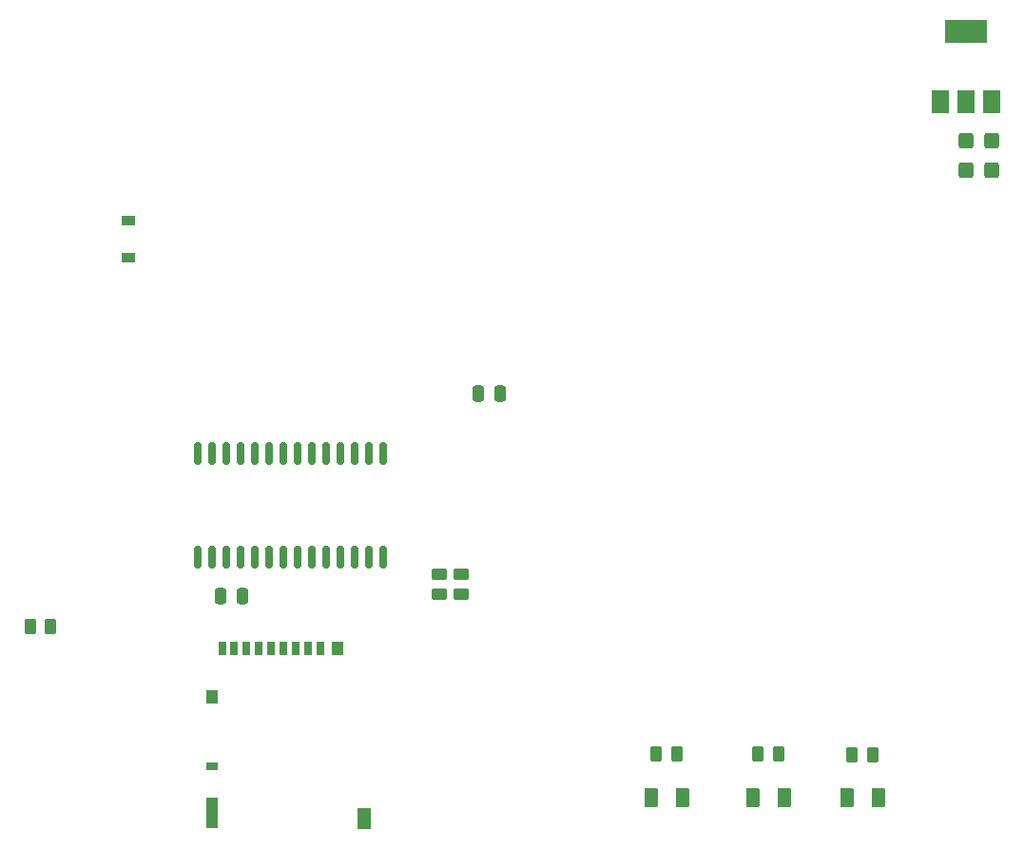
<source format=gbr>
%TF.GenerationSoftware,KiCad,Pcbnew,(6.0.7)*%
%TF.CreationDate,2023-01-02T01:59:54+00:00*%
%TF.ProjectId,CPC464-2MINIUSIFACII,43504334-3634-42d3-924d-494e49555349,rev?*%
%TF.SameCoordinates,Original*%
%TF.FileFunction,Paste,Top*%
%TF.FilePolarity,Positive*%
%FSLAX46Y46*%
G04 Gerber Fmt 4.6, Leading zero omitted, Abs format (unit mm)*
G04 Created by KiCad (PCBNEW (6.0.7)) date 2023-01-02 01:59:54*
%MOMM*%
%LPD*%
G01*
G04 APERTURE LIST*
G04 Aperture macros list*
%AMRoundRect*
0 Rectangle with rounded corners*
0 $1 Rounding radius*
0 $2 $3 $4 $5 $6 $7 $8 $9 X,Y pos of 4 corners*
0 Add a 4 corners polygon primitive as box body*
4,1,4,$2,$3,$4,$5,$6,$7,$8,$9,$2,$3,0*
0 Add four circle primitives for the rounded corners*
1,1,$1+$1,$2,$3*
1,1,$1+$1,$4,$5*
1,1,$1+$1,$6,$7*
1,1,$1+$1,$8,$9*
0 Add four rect primitives between the rounded corners*
20,1,$1+$1,$2,$3,$4,$5,0*
20,1,$1+$1,$4,$5,$6,$7,0*
20,1,$1+$1,$6,$7,$8,$9,0*
20,1,$1+$1,$8,$9,$2,$3,0*%
G04 Aperture macros list end*
%ADD10RoundRect,0.250000X-0.262500X-0.450000X0.262500X-0.450000X0.262500X0.450000X-0.262500X0.450000X0*%
%ADD11RoundRect,0.250000X-0.425000X0.450000X-0.425000X-0.450000X0.425000X-0.450000X0.425000X0.450000X0*%
%ADD12R,1.200000X0.900000*%
%ADD13R,0.700000X1.200000*%
%ADD14R,1.000000X0.800000*%
%ADD15R,1.000000X2.800000*%
%ADD16R,1.300000X1.900000*%
%ADD17R,1.000000X1.200000*%
%ADD18RoundRect,0.250000X-0.375000X-0.625000X0.375000X-0.625000X0.375000X0.625000X-0.375000X0.625000X0*%
%ADD19R,1.500000X2.000000*%
%ADD20R,3.800000X2.000000*%
%ADD21RoundRect,0.250000X0.450000X-0.262500X0.450000X0.262500X-0.450000X0.262500X-0.450000X-0.262500X0*%
%ADD22RoundRect,0.250000X-0.250000X-0.475000X0.250000X-0.475000X0.250000X0.475000X-0.250000X0.475000X0*%
%ADD23RoundRect,0.150000X0.150000X-0.875000X0.150000X0.875000X-0.150000X0.875000X-0.150000X-0.875000X0*%
G04 APERTURE END LIST*
D10*
%TO.C,R1061*%
X37277500Y-88490000D03*
X39102500Y-88490000D03*
%TD*%
%TO.C,R1050*%
X93016700Y-99872800D03*
X94841700Y-99872800D03*
%TD*%
D11*
%TO.C,C1060*%
X122910600Y-45208200D03*
X122910600Y-47908200D03*
%TD*%
D12*
%TO.C,D1053*%
X46020000Y-52340000D03*
X46020000Y-55640000D03*
%TD*%
D13*
%TO.C,J1061*%
X63095400Y-90470200D03*
X61995400Y-90470200D03*
X60895400Y-90470200D03*
X59795400Y-90470200D03*
X58695400Y-90470200D03*
X57595400Y-90470200D03*
X56495400Y-90470200D03*
X55395400Y-90470200D03*
X54445400Y-90470200D03*
D14*
X53495400Y-100970200D03*
D15*
X53495400Y-105120200D03*
D16*
X66995400Y-105570200D03*
D17*
X64645400Y-90470200D03*
X53495400Y-94770200D03*
%TD*%
D18*
%TO.C,D1051*%
X101622400Y-103708200D03*
X104422400Y-103708200D03*
%TD*%
D10*
%TO.C,R1051*%
X102089900Y-99872800D03*
X103914900Y-99872800D03*
%TD*%
D11*
%TO.C,C1061*%
X120599200Y-45208200D03*
X120599200Y-47908200D03*
%TD*%
D19*
%TO.C,IC1060*%
X118299200Y-41808800D03*
D20*
X120599200Y-35508800D03*
D19*
X120599200Y-41808800D03*
X122899200Y-41808800D03*
%TD*%
D21*
%TO.C,R1062*%
X73683400Y-85658300D03*
X73683400Y-83833300D03*
%TD*%
D22*
%TO.C,C1062*%
X54269600Y-85775800D03*
X56169600Y-85775800D03*
%TD*%
%TO.C,C1050*%
X77193200Y-67735600D03*
X79093200Y-67735600D03*
%TD*%
D21*
%TO.C,R1063*%
X75690000Y-85658300D03*
X75690000Y-83833300D03*
%TD*%
D18*
%TO.C,D1060*%
X110024400Y-103759000D03*
X112824400Y-103759000D03*
%TD*%
D10*
%TO.C,R1060*%
X110491900Y-99923600D03*
X112316900Y-99923600D03*
%TD*%
D23*
%TO.C,IC1061*%
X52195000Y-82360000D03*
X53465000Y-82360000D03*
X54735000Y-82360000D03*
X56005000Y-82360000D03*
X57275000Y-82360000D03*
X58545000Y-82360000D03*
X59815000Y-82360000D03*
X61085000Y-82360000D03*
X62355000Y-82360000D03*
X63625000Y-82360000D03*
X64895000Y-82360000D03*
X66165000Y-82360000D03*
X67435000Y-82360000D03*
X68705000Y-82360000D03*
X68705000Y-73060000D03*
X67435000Y-73060000D03*
X66165000Y-73060000D03*
X64895000Y-73060000D03*
X63625000Y-73060000D03*
X62355000Y-73060000D03*
X61085000Y-73060000D03*
X59815000Y-73060000D03*
X58545000Y-73060000D03*
X57275000Y-73060000D03*
X56005000Y-73060000D03*
X54735000Y-73060000D03*
X53465000Y-73060000D03*
X52195000Y-73060000D03*
%TD*%
D18*
%TO.C,D1050*%
X92549200Y-103708200D03*
X95349200Y-103708200D03*
%TD*%
M02*

</source>
